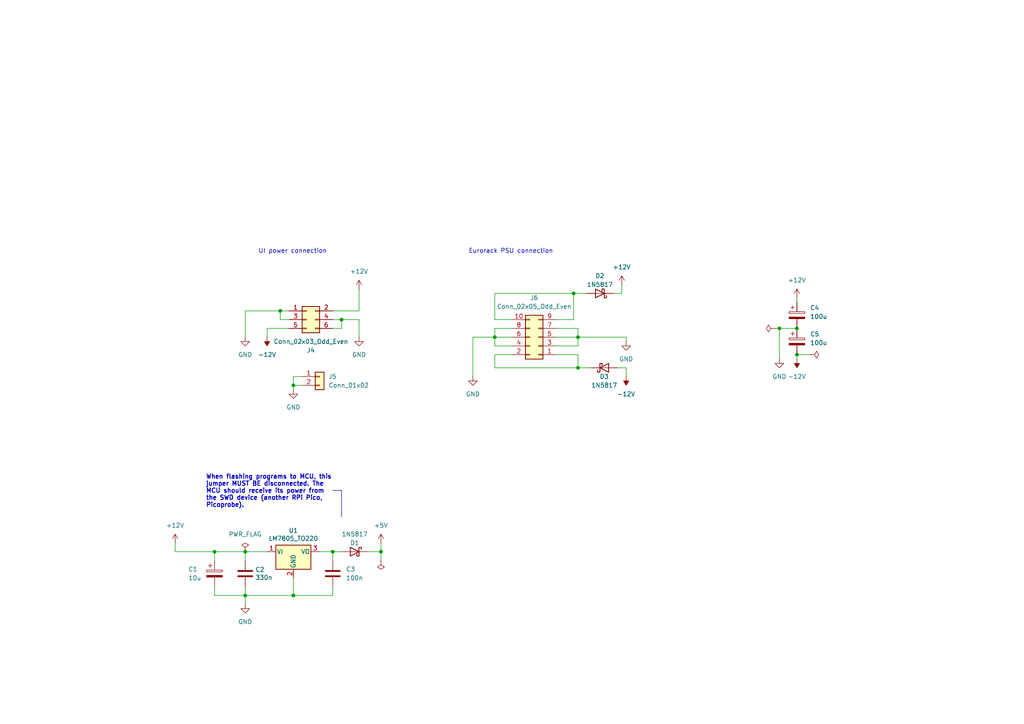
<source format=kicad_sch>
(kicad_sch (version 20250114) (generator "eeschema") (generator_version "9.0")
  (paper "A4")
  (lib_symbols
    (symbol "+12V_1" (power) (pin_numbers (hide yes)) (pin_names (offset 0) (hide yes))
      (property "Value" "+12V" (at 0 3.556 0))
      (symbol "+12V_1_0_1"
        (polyline (pts (xy -0.762 1.27) (xy 0 2.54)))
        (polyline (pts (xy 0 2.54) (xy 0.762 1.27)))
        (polyline (pts (xy 0 0) (xy 0 2.54)))
      )
      (symbol "+12V_1_1_1"
        (pin power_in line (at 0 0 90) (length 0) (name "~") (number "1"))
      )
    )
    (symbol "+5V_1" (power) (pin_numbers (hide yes)) (pin_names (offset 0) (hide yes))
      (property "Value" "+5V" (at 0 3.556 0))
      (symbol "+5V_1_0_1"
        (polyline (pts (xy -0.762 1.27) (xy 0 2.54)))
        (polyline (pts (xy 0 2.54) (xy 0.762 1.27)))
        (polyline (pts (xy 0 0) (xy 0 2.54)))
      )
      (symbol "+5V_1_1_1"
        (pin power_in line (at 0 0 90) (length 0) (name "~") (number "1"))
      )
    )
    (symbol "Connector_Generic:Conn_01x02" (pin_names (offset 1.016) (hide yes))
      (property "Reference" "J" (at 0 2.54 0))
      (property "Value" "Conn_01x02" (at 0 -5.08 0))
      (symbol "Conn_01x02_1_1"
        (rectangle (start -1.27 1.27) (end 1.27 -3.81) (stroke (width 0.254)) (fill (type background)))
        (rectangle (start -1.27 0.127) (end 0 -0.127) (stroke (width 0.1524)))
        (rectangle (start -1.27 -2.413) (end 0 -2.667) (stroke (width 0.1524)))
        (pin passive line (at -5.08 0 0) (length 3.81) (name "Pin_1") (number "1"))
        (pin passive line (at -5.08 -2.54 0) (length 3.81) (name "Pin_2") (number "2"))
      )
    )
    (symbol "Connector_Generic:Conn_02x03_Odd_Even" (pin_names (offset 1.016) (hide yes))
      (property "Reference" "J" (at 1.27 5.08 0))
      (property "Value" "Conn_02x03_Odd_Even" (at 1.27 -5.08 0))
      (symbol "Conn_02x03_Odd_Even_1_1"
        (rectangle (start -1.27 3.81) (end 3.81 -3.81) (stroke (width 0.254)) (fill (type background)))
        (rectangle (start -1.27 2.667) (end 0 2.413) (stroke (width 0.1524)))
        (rectangle (start -1.27 0.127) (end 0 -0.127) (stroke (width 0.1524)))
        (rectangle (start -1.27 -2.413) (end 0 -2.667) (stroke (width 0.1524)))
        (rectangle (start 3.81 2.667) (end 2.54 2.413) (stroke (width 0.1524)))
        (rectangle (start 3.81 0.127) (end 2.54 -0.127) (stroke (width 0.1524)))
        (rectangle (start 3.81 -2.413) (end 2.54 -2.667) (stroke (width 0.1524)))
        (pin passive line (at -5.08 2.54 0) (length 3.81) (name "Pin_1") (number "1"))
        (pin passive line (at -5.08 0 0) (length 3.81) (name "Pin_3") (number "3"))
        (pin passive line (at -5.08 -2.54 0) (length 3.81) (name "Pin_5") (number "5"))
        (pin passive line (at 7.62 2.54 180) (length 3.81) (name "Pin_2") (number "2"))
        (pin passive line (at 7.62 0 180) (length 3.81) (name "Pin_4") (number "4"))
        (pin passive line (at 7.62 -2.54 180) (length 3.81) (name "Pin_6") (number "6"))
      )
    )
    (symbol "Connector_Generic:Conn_02x05_Odd_Even" (pin_names (offset 1.016) (hide yes))
      (property "Reference" "J" (at 1.27 7.62 0))
      (property "Value" "Conn_02x05_Odd_Even" (at 1.27 -7.62 0))
      (symbol "Conn_02x05_Odd_Even_1_1"
        (rectangle (start -1.27 6.35) (end 3.81 -6.35) (stroke (width 0.254)) (fill (type background)))
        (rectangle (start -1.27 5.207) (end 0 4.953) (stroke (width 0.1524)))
        (rectangle (start -1.27 2.667) (end 0 2.413) (stroke (width 0.1524)))
        (rectangle (start -1.27 0.127) (end 0 -0.127) (stroke (width 0.1524)))
        (rectangle (start -1.27 -2.413) (end 0 -2.667) (stroke (width 0.1524)))
        (rectangle (start -1.27 -4.953) (end 0 -5.207) (stroke (width 0.1524)))
        (rectangle (start 3.81 5.207) (end 2.54 4.953) (stroke (width 0.1524)))
        (rectangle (start 3.81 2.667) (end 2.54 2.413) (stroke (width 0.1524)))
        (rectangle (start 3.81 0.127) (end 2.54 -0.127) (stroke (width 0.1524)))
        (rectangle (start 3.81 -2.413) (end 2.54 -2.667) (stroke (width 0.1524)))
        (rectangle (start 3.81 -4.953) (end 2.54 -5.207) (stroke (width 0.1524)))
        (pin passive line (at -5.08 5.08 0) (length 3.81) (name "Pin_1") (number "1"))
        (pin passive line (at -5.08 2.54 0) (length 3.81) (name "Pin_3") (number "3"))
        (pin passive line (at -5.08 0 0) (length 3.81) (name "Pin_5") (number "5"))
        (pin passive line (at -5.08 -2.54 0) (length 3.81) (name "Pin_7") (number "7"))
        (pin passive line (at -5.08 -5.08 0) (length 3.81) (name "Pin_9") (number "9"))
        (pin passive line (at 7.62 5.08 180) (length 3.81) (name "Pin_2") (number "2"))
        (pin passive line (at 7.62 2.54 180) (length 3.81) (name "Pin_4") (number "4"))
        (pin passive line (at 7.62 0 180) (length 3.81) (name "Pin_6") (number "6"))
        (pin passive line (at 7.62 -2.54 180) (length 3.81) (name "Pin_8") (number "8"))
        (pin passive line (at 7.62 -5.08 180) (length 3.81) (name "Pin_10") (number "10"))
      )
    )
    (symbol "Device:C" (pin_numbers (hide yes)) (pin_names (offset 0.254))
      (property "Reference" "C" (at 0.635 2.54 0))
      (property "Value" "C" (at 0.635 -2.54 0))
      (symbol "C_0_1"
        (polyline (pts (xy -2.032 0.762) (xy 2.032 0.762)) (stroke (width 0.508)))
        (polyline (pts (xy -2.032 -0.762) (xy 2.032 -0.762)) (stroke (width 0.508)))
      )
      (symbol "C_1_1"
        (pin passive line (at 0 3.81 270) (length 2.794) (name "~") (number "1"))
        (pin passive line (at 0 -3.81 90) (length 2.794) (name "~") (number "2"))
      )
    )
    (symbol "Device:C_Polarized" (pin_numbers (hide yes)) (pin_names (offset 0.254))
      (property "Reference" "C" (at 0.635 2.54 0))
      (property "Value" "C_Polarized" (at 0.635 -2.54 0))
      (symbol "C_Polarized_0_1"
        (rectangle (start -2.286 0.508) (end 2.286 1.016))
        (polyline (pts (xy -1.778 2.286) (xy -0.762 2.286)))
        (polyline (pts (xy -1.27 2.794) (xy -1.27 1.778)))
        (rectangle (start 2.286 -0.508) (end -2.286 -1.016) (fill (type outline)))
      )
      (symbol "C_Polarized_1_1"
        (pin passive line (at 0 3.81 270) (length 2.794) (name "~") (number "1"))
        (pin passive line (at 0 -3.81 90) (length 2.794) (name "~") (number "2"))
      )
    )
    (symbol "Device:D_Schottky" (pin_numbers (hide yes)) (pin_names (offset 1.016) (hide yes))
      (property "Reference" "D" (at 0 2.54 0))
      (property "Value" "D_Schottky" (at 0 -2.54 0))
      (symbol "D_Schottky_0_1"
        (polyline (pts (xy -1.905 0.635) (xy -1.905 1.27) (xy -1.27 1.27) (xy -1.27 -1.27) (xy -0.635 -1.27) (xy -0.635 -0.635)) (stroke (width 0.254)))
        (polyline (pts (xy 1.27 1.27) (xy 1.27 -1.27) (xy -1.27 0) (xy 1.27 1.27)) (stroke (width 0.254)))
        (polyline (pts (xy 1.27 0) (xy -1.27 0)))
      )
      (symbol "D_Schottky_1_1"
        (pin passive line (at -3.81 0 0) (length 2.54) (name "K") (number "1"))
        (pin passive line (at 3.81 0 180) (length 2.54) (name "A") (number "2"))
      )
    )
    (symbol "GND_2" (power) (pin_numbers (hide yes)) (pin_names (offset 0) (hide yes))
      (property "Value" "GND" (at 0 -3.81 0))
      (symbol "GND_2_0_1"
        (polyline (pts (xy 0 0) (xy 0 -1.27) (xy 1.27 -1.27) (xy 0 -2.54) (xy -1.27 -1.27) (xy 0 -1.27)))
      )
      (symbol "GND_2_1_1"
        (pin power_in line (at 0 0 270) (length 0) (name "~") (number "1"))
      )
    )
    (symbol "PWR_FLAG_1" (power) (pin_numbers (hide yes)) (pin_names (offset 0) (hide yes))
      (property "Value" "PWR_FLAG" (at 0 3.81 0))
      (symbol "PWR_FLAG_1_0_0"
        (pin power_out line (at 0 0 90) (length 0) (name "~") (number "1"))
      )
      (symbol "PWR_FLAG_1_0_1"
        (polyline (pts (xy 0 0) (xy 0 1.27) (xy -1.016 1.905) (xy 0 2.54) (xy 1.016 1.905) (xy 0 1.27)))
      )
    )
    (symbol "Regulator_Linear:LM7805_TO220" (pin_names (offset 0.254))
      (property "Reference" "U" (at -3.81 3.175 0))
      (property "Value" "LM7805_TO220" (at 0 3.175 0))
      (symbol "LM7805_TO220_0_1"
        (rectangle (start -5.08 1.905) (end 5.08 -5.08) (stroke (width 0.254)) (fill (type background)))
      )
      (symbol "LM7805_TO220_1_1"
        (pin power_in line (at -7.62 0 0) (length 2.54) (name "VI") (number "1"))
        (pin power_in line (at 0 -7.62 90) (length 2.54) (name "GND") (number "2"))
        (pin power_out line (at 7.62 0 180) (length 2.54) (name "VO") (number "3"))
      )
    )
    (symbol "power:+12V" (power) (pin_numbers (hide yes)) (pin_names (offset 0) (hide yes))
      (property "Value" "+12V" (at 0 3.556 0))
      (symbol "+12V_0_1"
        (polyline (pts (xy -0.762 1.27) (xy 0 2.54)))
        (polyline (pts (xy 0 2.54) (xy 0.762 1.27)))
        (polyline (pts (xy 0 0) (xy 0 2.54)))
      )
      (symbol "+12V_1_1"
        (pin power_in line (at 0 0 90) (length 0) (name "~") (number "1"))
      )
    )
    (symbol "power:-12V" (power) (pin_numbers (hide yes)) (pin_names (offset 0) (hide yes))
      (property "Value" "-12V" (at 0 3.556 0))
      (symbol "-12V_0_0"
        (pin power_in line (at 0 0 90) (length 0) (name "~") (number "1"))
      )
      (symbol "-12V_0_1"
        (polyline (pts (xy 0 0) (xy 0 1.27) (xy 0.762 1.27) (xy 0 2.54) (xy -0.762 1.27) (xy 0 1.27)) (fill (type outline)))
      )
    )
    (symbol "power:GND" (power) (pin_numbers (hide yes)) (pin_names (offset 0) (hide yes))
      (property "Value" "GND" (at 0 -3.81 0))
      (symbol "GND_0_1"
        (polyline (pts (xy 0 0) (xy 0 -1.27) (xy 1.27 -1.27) (xy 0 -2.54) (xy -1.27 -1.27) (xy 0 -1.27)))
      )
      (symbol "GND_1_1"
        (pin power_in line (at 0 0 270) (length 0) (name "~") (number "1"))
      )
    )
    (symbol "power:PWR_FLAG" (power) (pin_numbers (hide yes)) (pin_names (offset 0) (hide yes))
      (property "Value" "PWR_FLAG" (at 0 3.81 0))
      (symbol "PWR_FLAG_0_0"
        (pin power_out line (at 0 0 90) (length 0) (name "~") (number "1"))
      )
      (symbol "PWR_FLAG_0_1"
        (polyline (pts (xy 0 0) (xy 0 1.27) (xy -1.016 1.905) (xy 0 2.54) (xy 1.016 1.905) (xy 0 1.27)))
      )
    )
  )
  (text "UI power connection" (at 74.93 73.66 0) (effects (font (size 1.27 1.27)) (justify left bottom)))
  (text "When flashing programs to MCU, this \njumper MUST BE disconnected. The \nMCU should receive its power from \nthe SWD device (another RPi Pico, \nPicoprobe)." (at 59.69 147.32 0) (effects (font (size 1.27 1.27) (thickness 0.254) (bold yes)) (justify left bottom)))
  (text "Eurorack PSU connection" (at 135.89 73.66 0) (effects (font (size 1.27 1.27)) (justify left bottom)))
  (junction (at 231.14 102.87))
  (junction (at 81.28 90.17))
  (junction (at 167.64 106.68))
  (junction (at 226.06 95.25))
  (junction (at 85.09 111.76))
  (junction (at 166.37 85.09))
  (junction (at 62.23 160.02))
  (junction (at 143.51 97.79))
  (junction (at 85.09 172.72))
  (junction (at 96.52 160.02))
  (junction (at 110.49 160.02))
  (junction (at 167.64 97.79))
  (junction (at 71.12 160.02))
  (junction (at 231.14 95.25))
  (junction (at 99.06 92.71))
  (junction (at 71.12 172.72))
  (wire (pts (xy 110.49 162.56) (xy 110.49 160.02)))
  (wire (pts (xy 62.23 170.18) (xy 62.23 172.72)))
  (wire (pts (xy 85.09 111.76) (xy 85.09 113.03)))
  (wire (pts (xy 166.37 92.71) (xy 166.37 85.09)))
  (wire (pts (xy 167.64 100.33) (xy 167.64 97.79)))
  (wire (pts (xy 87.63 109.22) (xy 85.09 109.22)))
  (wire (pts (xy 143.51 92.71) (xy 148.59 92.71)))
  (wire (pts (xy 167.64 97.79) (xy 181.61 97.79)))
  (wire (pts (xy 231.14 86.36) (xy 231.14 87.63)))
  (wire (pts (xy 137.16 109.22) (xy 137.16 97.79)))
  (wire (pts (xy 161.29 92.71) (xy 166.37 92.71)))
  (wire (pts (xy 167.64 102.87) (xy 167.64 106.68)))
  (wire (pts (xy 177.8 85.09) (xy 180.34 85.09)))
  (wire (pts (xy 167.64 97.79) (xy 167.64 95.25)))
  (wire (pts (xy 104.14 92.71) (xy 99.06 92.71)))
  (wire (pts (xy 71.12 160.02) (xy 77.47 160.02)))
  (wire (pts (xy 81.28 92.71) (xy 81.28 90.17)))
  (wire (pts (xy 71.12 162.56) (xy 71.12 160.02)))
  (wire (pts (xy 96.52 95.25) (xy 99.06 95.25)))
  (wire (pts (xy 167.64 95.25) (xy 161.29 95.25)))
  (wire (pts (xy 85.09 167.64) (xy 85.09 172.72)))
  (wire (pts (xy 85.09 111.76) (xy 87.63 111.76)))
  (wire (pts (xy 143.51 102.87) (xy 143.51 106.68)))
  (wire (pts (xy 143.51 100.33) (xy 148.59 100.33)))
  (wire (pts (xy 143.51 106.68) (xy 167.64 106.68)))
  (polyline (pts (xy 96.52 142.24) (xy 99.06 142.24)))
  (wire (pts (xy 234.95 102.87) (xy 231.14 102.87)))
  (wire (pts (xy 83.82 95.25) (xy 77.47 95.25)))
  (wire (pts (xy 71.12 90.17) (xy 81.28 90.17)))
  (wire (pts (xy 143.51 85.09) (xy 166.37 85.09)))
  (wire (pts (xy 71.12 97.79) (xy 71.12 90.17)))
  (wire (pts (xy 226.06 95.25) (xy 231.14 95.25)))
  (wire (pts (xy 71.12 172.72) (xy 71.12 170.18)))
  (polyline (pts (xy 99.06 142.24) (xy 99.06 149.86)))
  (wire (pts (xy 96.52 172.72) (xy 96.52 170.18)))
  (wire (pts (xy 62.23 172.72) (xy 71.12 172.72)))
  (wire (pts (xy 99.06 92.71) (xy 96.52 92.71)))
  (wire (pts (xy 62.23 162.56) (xy 62.23 160.02)))
  (wire (pts (xy 71.12 175.26) (xy 71.12 172.72)))
  (wire (pts (xy 137.16 97.79) (xy 143.51 97.79)))
  (wire (pts (xy 85.09 172.72) (xy 96.52 172.72)))
  (wire (pts (xy 143.51 102.87) (xy 148.59 102.87)))
  (wire (pts (xy 106.68 160.02) (xy 110.49 160.02)))
  (wire (pts (xy 62.23 160.02) (xy 71.12 160.02)))
  (wire (pts (xy 143.51 95.25) (xy 148.59 95.25)))
  (wire (pts (xy 104.14 83.82) (xy 104.14 90.17)))
  (wire (pts (xy 50.8 160.02) (xy 62.23 160.02)))
  (wire (pts (xy 83.82 92.71) (xy 81.28 92.71)))
  (wire (pts (xy 143.51 97.79) (xy 143.51 100.33)))
  (wire (pts (xy 170.18 85.09) (xy 166.37 85.09)))
  (wire (pts (xy 226.06 104.14) (xy 226.06 95.25)))
  (wire (pts (xy 104.14 90.17) (xy 96.52 90.17)))
  (wire (pts (xy 143.51 85.09) (xy 143.51 92.71)))
  (wire (pts (xy 99.06 95.25) (xy 99.06 92.71)))
  (wire (pts (xy 92.71 160.02) (xy 96.52 160.02)))
  (wire (pts (xy 167.64 106.68) (xy 171.45 106.68)))
  (wire (pts (xy 104.14 97.79) (xy 104.14 92.71)))
  (wire (pts (xy 181.61 99.06) (xy 181.61 97.79)))
  (wire (pts (xy 161.29 102.87) (xy 167.64 102.87)))
  (wire (pts (xy 110.49 157.48) (xy 110.49 160.02)))
  (wire (pts (xy 81.28 90.17) (xy 83.82 90.17)))
  (wire (pts (xy 143.51 97.79) (xy 143.51 95.25)))
  (wire (pts (xy 71.12 172.72) (xy 85.09 172.72)))
  (wire (pts (xy 96.52 160.02) (xy 99.06 160.02)))
  (wire (pts (xy 181.61 106.68) (xy 181.61 109.22)))
  (wire (pts (xy 77.47 97.79) (xy 77.47 95.25)))
  (wire (pts (xy 179.07 106.68) (xy 181.61 106.68)))
  (wire (pts (xy 224.79 95.25) (xy 226.06 95.25)))
  (wire (pts (xy 231.14 102.87) (xy 231.14 104.14)))
  (wire (pts (xy 180.34 82.55) (xy 180.34 85.09)))
  (wire (pts (xy 161.29 97.79) (xy 167.64 97.79)))
  (wire (pts (xy 161.29 100.33) (xy 167.64 100.33)))
  (wire (pts (xy 85.09 109.22) (xy 85.09 111.76)))
  (wire (pts (xy 96.52 160.02) (xy 96.52 162.56)))
  (wire (pts (xy 143.51 97.79) (xy 148.59 97.79)))
  (wire (pts (xy 50.8 157.48) (xy 50.8 160.02)))
  (symbol (lib_id "power:+12V") (at 104.14 83.82 0) (mirror y) (unit 1)
    (property "Reference" "#PWR08" (effects (hide yes)))
    (property "Value" "+12V" (at 104.14 78.74 0))
    (property "Description" "Power symbol creates a global label with name \"+12V\"" (effects (hide yes)))
  )
  (symbol (lib_id "Device:C_Polarized") (at 231.14 91.44 0) (unit 1)
    (property "Reference" "C4" (at 234.95 89.281 0) (effects (justify left)))
    (property "Value" "100u" (at 234.95 91.821 0) (effects (justify left)))
    (property "Footprint" "Capacitor_SMD:CP_Elec_6.3x7.7" (effects (hide yes)))
    (property "LCSC" "C2836437" (effects (hide yes)))
    (property "Vendor" "JLCPCB" (effects (hide yes)))
    (property "FT Rotation Offset" "180" (effects (hide yes)))
    (property "CHECKED" "YES" (effects (hide yes)))
  )
  (symbol (lib_id "Regulator_Linear:LM7805_TO220") (at 85.09 160.02 0) (unit 1)
    (property "Reference" "U1" (at 85.09 153.8732 0))
    (property "Value" "LM7805_TO220" (at 85.09 156.1846 0))
    (property "Footprint" "Package_TO_SOT_THT:TO-220-3_Horizontal_TabDown" (effects (hide yes)))
    (property "Datasheet" "https://www.onsemi.cn/PowerSolutions/document/MC7800-D.PDF" (effects (hide yes)))
    (property "Part No." "926-LM7805CT/NOPB " (effects (hide yes)))
    (property "Part URL" "https://mou.sr/4gwivXu" (effects (hide yes)))
    (property "Vendor" "Mouser" (effects (hide yes)))
    (property "Mouser Part no." "926-LM7805CT/NOPB " (effects (hide yes)))
  )
  (symbol (lib_name "+5V_1") (lib_id "power:+5V") (at 110.49 157.48 0) (unit 1)
    (property "Reference" "#PWR010" (effects (hide yes)))
    (property "Value" "+5V" (at 110.49 152.4 0))
    (property "Description" "Power symbol creates a global label with name \"+5V\"" (effects (hide yes)))
  )
  (symbol (lib_id "power:GND") (at 137.16 109.22 0) (unit 1)
    (property "Reference" "#PWR015" (effects (hide yes)))
    (property "Value" "GND" (at 137.16 114.3 0))
    (property "Description" "Power symbol creates a global label with name \"GND\" , ground" (effects (hide yes)))
  )
  (symbol (lib_id "Device:C") (at 96.52 166.37 0) (unit 1)
    (property "Reference" "C3" (at 100.33 165.0999 0) (effects (justify left)))
    (property "Value" "100n" (at 100.33 167.6399 0) (effects (justify left)))
    (property "Footprint" "Capacitor_SMD:C_0603_1608Metric" (effects (hide yes)))
    (property "LCSC" "C14663" (effects (hide yes)))
    (property "Vendor" "JLCPCB" (effects (hide yes)))
    (property "CHECKED" "YES" (effects (hide yes)))
  )
  (symbol (lib_name "GND_2") (lib_id "power:GND") (at 71.12 175.26 0) (unit 1)
    (property "Reference" "#PWR05" (effects (hide yes)))
    (property "Value" "GND" (at 71.12 180.34 0))
    (property "Description" "Power symbol creates a global label with name \"GND\" , ground" (effects (hide yes)))
  )
  (symbol (lib_id "Device:D_Schottky") (at 175.26 106.68 0) (mirror x) (unit 1)
    (property "Reference" "D3" (at 175.26 109.22 0))
    (property "Value" "1N5817" (at 175.26 111.76 0))
    (property "Footprint" "Diode_SMD:D_SOD-323" (effects (hide yes)))
    (property "Description" "Schottky diode" (effects (hide yes)))
    (property "Vendor" "JLCPCB" (effects (hide yes)))
    (property "LCSC" "C5190152" (effects (hide yes)))
    (property "CHECKED" "YES" (effects (hide yes)))
  )
  (symbol (lib_id "power:GND") (at 181.61 99.06 0) (unit 1)
    (property "Reference" "#PWR017" (effects (hide yes)))
    (property "Value" "GND" (at 181.61 104.14 0))
    (property "Description" "Power symbol creates a global label with name \"GND\" , ground" (effects (hide yes)))
  )
  (symbol (lib_id "power:-12V") (at 77.47 97.79 0) (mirror x) (unit 1)
    (property "Reference" "#PWR06" (effects (hide yes)))
    (property "Value" "-12V" (at 77.47 102.87 0))
    (property "Description" "Power symbol creates a global label with name \"-12V\"" (effects (hide yes)))
  )
  (symbol (lib_id "Connector_Generic:Conn_02x03_Odd_Even") (at 88.9 92.71 0) (unit 1)
    (property "Reference" "J4" (at 90.17 101.6 0))
    (property "Value" "Conn_02x03_Odd_Even" (at 90.17 99.06 0))
    (property "Footprint" "Connector_PinHeader_2.54mm:PinHeader_2x03_P2.54mm_Vertical" (effects (hide yes)))
    (property "Description" "Generic connector, double row, 02x03, odd/even pin numbering scheme (row 1 odd numbers, row 2 even numbers), script generated (kicad-library-utils/schlib/autogen/connector/)" (effects (hide yes)))
    (property "Part URL" "https://mou.sr/4liCQlU" (effects (hide yes)))
    (property "Vendor" "Mouser" (effects (hide yes)))
    (property "Mouser Part no." "200-TSW10307TD" (effects (hide yes)))
  )
  (symbol (lib_id "power:GND") (at 226.06 104.14 0) (unit 1)
    (property "Reference" "#PWR019" (effects (hide yes)))
    (property "Value" "GND" (at 226.06 109.22 0))
    (property "Description" "Power symbol creates a global label with name \"GND\" , ground" (effects (hide yes)))
  )
  (symbol (lib_id "power:-12V") (at 181.61 109.22 180) (unit 1)
    (property "Reference" "#PWR018" (effects (hide yes)))
    (property "Value" "-12V" (at 181.61 114.3 0))
    (property "Description" "Power symbol creates a global label with name \"-12V\"" (effects (hide yes)))
  )
  (symbol (lib_id "Device:C_Polarized") (at 231.14 99.06 0) (unit 1)
    (property "Reference" "C5" (at 234.95 96.901 0) (effects (justify left)))
    (property "Value" "100u" (at 234.95 99.441 0) (effects (justify left)))
    (property "Footprint" "Capacitor_SMD:CP_Elec_6.3x7.7" (effects (hide yes)))
    (property "LCSC" "C2836437" (effects (hide yes)))
    (property "Vendor" "JLCPCB" (effects (hide yes)))
    (property "FT Rotation Offset" "180" (effects (hide yes)))
    (property "CHECKED" "YES" (effects (hide yes)))
  )
  (symbol (lib_id "power:PWR_FLAG") (at 224.79 95.25 90) (unit 1)
    (property "Reference" "#FLG05" (effects (hide yes)))
    (property "Value" "PWR_FLAG" (effects (hide yes)))
    (property "Description" "Special symbol for telling ERC where power comes from" (effects (hide yes)))
  )
  (symbol (lib_id "power:GND") (at 71.12 97.79 0) (mirror y) (unit 1)
    (property "Reference" "#PWR04" (effects (hide yes)))
    (property "Value" "GND" (at 71.12 102.87 0))
    (property "Description" "Power symbol creates a global label with name \"GND\" , ground" (effects (hide yes)))
  )
  (symbol (lib_name "+12V_1") (lib_id "power:+12V") (at 50.8 157.48 0) (unit 1)
    (property "Reference" "#PWR03" (effects (hide yes)))
    (property "Value" "+12V" (at 50.8 152.4 0))
    (property "Description" "Power symbol creates a global label with name \"+12V\"" (effects (hide yes)))
  )
  (symbol (lib_id "Connector_Generic:Conn_02x05_Odd_Even") (at 156.21 97.79 180) (unit 1)
    (property "Reference" "J6" (at 154.94 86.36 0))
    (property "Value" "Conn_02x05_Odd_Even" (at 154.94 88.9 0))
    (property "Footprint" "Connector_IDC:IDC-Header_2x05_P2.54mm_Horizontal" (effects (hide yes)))
    (property "Description" "Generic connector, double row, 02x05, odd/even pin numbering scheme (row 1 odd numbers, row 2 even numbers), script generated (kicad-library-utils/schlib/autogen/connector/)" (effects (hide yes)))
    (property "Part URL" "https://mou.sr/3GwYxj9" (effects (hide yes)))
    (property "Vendor" "Mouser" (effects (hide yes)))
    (property "Mouser Part no." "571-5103310-1" (effects (hide yes)))
  )
  (symbol (lib_id "power:+12V") (at 231.14 86.36 0) (unit 1)
    (property "Reference" "#PWR020" (effects (hide yes)))
    (property "Value" "+12V" (at 231.14 81.28 0))
    (property "Description" "Power symbol creates a global label with name \"+12V\"" (effects (hide yes)))
  )
  (symbol (lib_id "Device:D_Schottky") (at 173.99 85.09 180) (unit 1)
    (property "Reference" "D2" (at 173.99 80.01 0))
    (property "Value" "1N5817" (at 173.99 82.55 0))
    (property "Footprint" "Diode_SMD:D_SOD-323" (effects (hide yes)))
    (property "Description" "Schottky diode" (effects (hide yes)))
    (property "Vendor" "JLCPCB" (effects (hide yes)))
    (property "LCSC" "C5190152" (effects (hide yes)))
    (property "CHECKED" "YES" (effects (hide yes)))
  )
  (symbol (lib_id "Device:D_Schottky") (at 102.87 160.02 0) (mirror y) (unit 1)
    (property "Reference" "D1" (at 102.87 157.48 0))
    (property "Value" "1N5817" (at 102.87 154.94 0))
    (property "Footprint" "Diode_SMD:D_SOD-323" (effects (hide yes)))
    (property "Description" "Schottky diode" (effects (hide yes)))
    (property "Vendor" "JLCPCB" (effects (hide yes)))
    (property "LCSC" "C5190152" (effects (hide yes)))
    (property "CHECKED" "YES" (effects (hide yes)))
  )
  (symbol (lib_id "power:+12V") (at 180.34 82.55 0) (unit 1)
    (property "Reference" "#PWR016" (effects (hide yes)))
    (property "Value" "+12V" (at 180.34 77.47 0))
    (property "Description" "Power symbol creates a global label with name \"+12V\"" (effects (hide yes)))
  )
  (symbol (lib_id "Device:C_Polarized") (at 62.23 166.37 0) (unit 1)
    (property "Reference" "C1" (at 54.61 165.1 0) (effects (justify left)))
    (property "Value" "10u" (at 54.61 167.64 0) (effects (justify left)))
    (property "Footprint" "Capacitor_SMD:CP_Elec_4x5.4" (effects (hide yes)))
    (property "Vendor" "JLCPCB" (effects (hide yes)))
    (property "LCSC" "C46550410" (effects (hide yes)))
    (property "CHECKED" "YES" (effects (hide yes)))
  )
  (symbol (lib_id "Connector_Generic:Conn_01x02") (at 92.71 109.22 0) (unit 1)
    (property "Reference" "J5" (at 95.25 109.2199 0) (effects (justify left)))
    (property "Value" "Conn_01x02" (at 95.25 111.7599 0) (effects (justify left)))
    (property "Footprint" "Connector_PinHeader_2.54mm:PinHeader_1x02_P2.54mm_Vertical" (effects (hide yes)))
    (property "Description" "Generic connector, single row, 01x02, script generated (kicad-library-utils/schlib/autogen/connector/)" (effects (hide yes)))
    (property "Part URL" "https://mou.sr/3IruU3e" (effects (hide yes)))
    (property "Vendor" "Mouser" (effects (hide yes)))
    (property "Mouser Part no." "200-HTSW10207TS" (effects (hide yes)))
  )
  (symbol (lib_id "power:GND") (at 85.09 113.03 0) (unit 1)
    (property "Reference" "#PWR07" (effects (hide yes)))
    (property "Value" "GND" (at 85.09 118.11 0))
    (property "Description" "Power symbol creates a global label with name \"GND\" , ground" (effects (hide yes)))
  )
  (symbol (lib_id "power:-12V") (at 231.14 104.14 180) (unit 1)
    (property "Reference" "#PWR021" (effects (hide yes)))
    (property "Value" "-12V" (at 231.14 109.22 0))
    (property "Description" "Power symbol creates a global label with name \"-12V\"" (effects (hide yes)))
  )
  (symbol (lib_id "power:PWR_FLAG") (at 234.95 102.87 270) (unit 1)
    (property "Reference" "#FLG07" (effects (hide yes)))
    (property "Value" "PWR_FLAG" (effects (hide yes)))
    (property "Description" "Special symbol for telling ERC where power comes from" (effects (hide yes)))
  )
  (symbol (lib_id "power:GND") (at 104.14 97.79 0) (mirror y) (unit 1)
    (property "Reference" "#PWR09" (effects (hide yes)))
    (property "Value" "GND" (at 104.14 102.87 0))
    (property "Description" "Power symbol creates a global label with name \"GND\" , ground" (effects (hide yes)))
  )
  (symbol (lib_name "PWR_FLAG_1") (lib_id "power:PWR_FLAG") (at 110.49 162.56 180) (unit 1)
    (property "Reference" "#FLG02" (effects (hide yes)))
    (property "Value" "PWR_FLAG" (effects (hide yes)))
    (property "Description" "Special symbol for telling ERC where power comes from" (effects (hide yes)))
  )
  (symbol (lib_id "Device:C") (at 71.12 166.37 0) (unit 1)
    (property "Reference" "C2" (at 74.041 165.2016 0) (effects (justify left)))
    (property "Value" "330n" (at 74.041 167.513 0) (effects (justify left)))
    (property "Footprint" "Capacitor_SMD:C_0603_1608Metric_Pad1.08x0.95mm_HandSolder" (effects (hide yes)))
    (property "Vendor" "JLCPCB" (effects (hide yes)))
    (property "LCSC" "C188679" (effects (hide yes)))
    (property "CHECKED" "YES" (effects (hide yes)))
  )
  (symbol (lib_name "PWR_FLAG_1") (lib_id "power:PWR_FLAG") (at 71.12 160.02 0) (unit 1)
    (property "Reference" "#FLG08" (effects (hide yes)))
    (property "Value" "PWR_FLAG" (at 71.12 154.94 0))
    (property "Description" "Special symbol for telling ERC where power comes from" (effects (hide yes)))
  )
)
</source>
